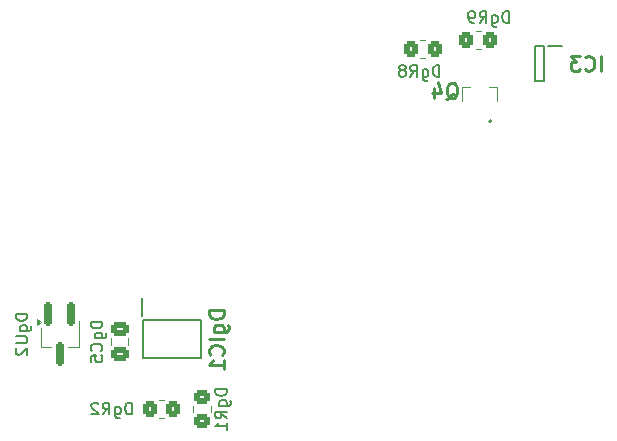
<source format=gbo>
%TF.GenerationSoftware,KiCad,Pcbnew,8.0.8*%
%TF.CreationDate,2025-03-25T20:46:00+09:00*%
%TF.ProjectId,mainBorad,6d61696e-426f-4726-9164-2e6b69636164,rev?*%
%TF.SameCoordinates,Original*%
%TF.FileFunction,Legend,Bot*%
%TF.FilePolarity,Positive*%
%FSLAX46Y46*%
G04 Gerber Fmt 4.6, Leading zero omitted, Abs format (unit mm)*
G04 Created by KiCad (PCBNEW 8.0.8) date 2025-03-25 20:46:00*
%MOMM*%
%LPD*%
G01*
G04 APERTURE LIST*
G04 Aperture macros list*
%AMRoundRect*
0 Rectangle with rounded corners*
0 $1 Rounding radius*
0 $2 $3 $4 $5 $6 $7 $8 $9 X,Y pos of 4 corners*
0 Add a 4 corners polygon primitive as box body*
4,1,4,$2,$3,$4,$5,$6,$7,$8,$9,$2,$3,0*
0 Add four circle primitives for the rounded corners*
1,1,$1+$1,$2,$3*
1,1,$1+$1,$4,$5*
1,1,$1+$1,$6,$7*
1,1,$1+$1,$8,$9*
0 Add four rect primitives between the rounded corners*
20,1,$1+$1,$2,$3,$4,$5,0*
20,1,$1+$1,$4,$5,$6,$7,0*
20,1,$1+$1,$6,$7,$8,$9,0*
20,1,$1+$1,$8,$9,$2,$3,0*%
G04 Aperture macros list end*
%ADD10C,0.150000*%
%ADD11C,0.254000*%
%ADD12C,0.120000*%
%ADD13C,0.200000*%
%ADD14C,0.100000*%
%ADD15C,1.600000*%
%ADD16O,1.600000X1.600000*%
%ADD17C,2.450000*%
%ADD18C,2.300000*%
%ADD19R,1.600000X2.400000*%
%ADD20O,1.600000X2.400000*%
%ADD21R,1.217000X1.217000*%
%ADD22C,1.217000*%
%ADD23R,1.800000X1.800000*%
%ADD24O,1.800000X1.800000*%
%ADD25C,1.800000*%
%ADD26C,4.455000*%
%ADD27R,1.100000X1.800000*%
%ADD28RoundRect,0.275000X-0.275000X-0.625000X0.275000X-0.625000X0.275000X0.625000X-0.275000X0.625000X0*%
%ADD29R,1.200000X1.200000*%
%ADD30C,1.200000*%
%ADD31R,1.600000X1.600000*%
%ADD32R,2.400000X1.600000*%
%ADD33O,2.400000X1.600000*%
%ADD34R,1.700000X1.700000*%
%ADD35O,1.700000X1.700000*%
%ADD36R,1.800000X1.100000*%
%ADD37RoundRect,0.275000X-0.625000X0.275000X-0.625000X-0.275000X0.625000X-0.275000X0.625000X0.275000X0*%
%ADD38C,1.635000*%
%ADD39R,2.200000X2.200000*%
%ADD40O,2.200000X2.200000*%
%ADD41RoundRect,0.275000X0.625000X-0.275000X0.625000X0.275000X-0.625000X0.275000X-0.625000X-0.275000X0*%
%ADD42RoundRect,0.275000X0.275000X0.625000X-0.275000X0.625000X-0.275000X-0.625000X0.275000X-0.625000X0*%
%ADD43RoundRect,0.250000X-0.600000X-0.725000X0.600000X-0.725000X0.600000X0.725000X-0.600000X0.725000X0*%
%ADD44O,1.700000X1.950000*%
%ADD45R,2.250000X2.250000*%
%ADD46C,2.250000*%
%ADD47R,1.500000X1.500000*%
%ADD48C,1.500000*%
%ADD49C,4.350000*%
%ADD50C,2.400000*%
%ADD51R,1.305000X1.305000*%
%ADD52C,1.305000*%
%ADD53C,1.575000*%
%ADD54C,3.500000*%
%ADD55R,2.000000X1.905000*%
%ADD56O,2.000000X1.905000*%
%ADD57R,3.500000X3.500000*%
%ADD58RoundRect,0.750000X-1.000000X0.750000X-1.000000X-0.750000X1.000000X-0.750000X1.000000X0.750000X0*%
%ADD59RoundRect,0.875000X-0.875000X0.875000X-0.875000X-0.875000X0.875000X-0.875000X0.875000X0.875000X0*%
%ADD60R,2.000000X2.000000*%
%ADD61C,2.000000*%
%ADD62RoundRect,0.250000X0.350000X0.450000X-0.350000X0.450000X-0.350000X-0.450000X0.350000X-0.450000X0*%
%ADD63RoundRect,0.250000X0.450000X-0.350000X0.450000X0.350000X-0.450000X0.350000X-0.450000X-0.350000X0*%
%ADD64R,1.150000X0.600000*%
%ADD65RoundRect,0.250000X0.475000X-0.337500X0.475000X0.337500X-0.475000X0.337500X-0.475000X-0.337500X0*%
%ADD66RoundRect,0.250000X-0.350000X-0.450000X0.350000X-0.450000X0.350000X0.450000X-0.350000X0.450000X0*%
%ADD67R,0.950000X1.000000*%
%ADD68RoundRect,0.175000X-0.175000X0.825000X-0.175000X-0.825000X0.175000X-0.825000X0.175000X0.825000X0*%
%ADD69R,0.650000X1.551000*%
G04 APERTURE END LIST*
D10*
X109005475Y-42364819D02*
X109005475Y-41364819D01*
X109005475Y-41364819D02*
X108767380Y-41364819D01*
X108767380Y-41364819D02*
X108624523Y-41412438D01*
X108624523Y-41412438D02*
X108529285Y-41507676D01*
X108529285Y-41507676D02*
X108481666Y-41602914D01*
X108481666Y-41602914D02*
X108434047Y-41793390D01*
X108434047Y-41793390D02*
X108434047Y-41936247D01*
X108434047Y-41936247D02*
X108481666Y-42126723D01*
X108481666Y-42126723D02*
X108529285Y-42221961D01*
X108529285Y-42221961D02*
X108624523Y-42317200D01*
X108624523Y-42317200D02*
X108767380Y-42364819D01*
X108767380Y-42364819D02*
X109005475Y-42364819D01*
X107576904Y-41698152D02*
X107576904Y-42507676D01*
X107576904Y-42507676D02*
X107624523Y-42602914D01*
X107624523Y-42602914D02*
X107672142Y-42650533D01*
X107672142Y-42650533D02*
X107767380Y-42698152D01*
X107767380Y-42698152D02*
X107910237Y-42698152D01*
X107910237Y-42698152D02*
X108005475Y-42650533D01*
X107576904Y-42317200D02*
X107672142Y-42364819D01*
X107672142Y-42364819D02*
X107862618Y-42364819D01*
X107862618Y-42364819D02*
X107957856Y-42317200D01*
X107957856Y-42317200D02*
X108005475Y-42269580D01*
X108005475Y-42269580D02*
X108053094Y-42174342D01*
X108053094Y-42174342D02*
X108053094Y-41888628D01*
X108053094Y-41888628D02*
X108005475Y-41793390D01*
X108005475Y-41793390D02*
X107957856Y-41745771D01*
X107957856Y-41745771D02*
X107862618Y-41698152D01*
X107862618Y-41698152D02*
X107672142Y-41698152D01*
X107672142Y-41698152D02*
X107576904Y-41745771D01*
X106529285Y-42364819D02*
X106862618Y-41888628D01*
X107100713Y-42364819D02*
X107100713Y-41364819D01*
X107100713Y-41364819D02*
X106719761Y-41364819D01*
X106719761Y-41364819D02*
X106624523Y-41412438D01*
X106624523Y-41412438D02*
X106576904Y-41460057D01*
X106576904Y-41460057D02*
X106529285Y-41555295D01*
X106529285Y-41555295D02*
X106529285Y-41698152D01*
X106529285Y-41698152D02*
X106576904Y-41793390D01*
X106576904Y-41793390D02*
X106624523Y-41841009D01*
X106624523Y-41841009D02*
X106719761Y-41888628D01*
X106719761Y-41888628D02*
X107100713Y-41888628D01*
X105957856Y-41793390D02*
X106053094Y-41745771D01*
X106053094Y-41745771D02*
X106100713Y-41698152D01*
X106100713Y-41698152D02*
X106148332Y-41602914D01*
X106148332Y-41602914D02*
X106148332Y-41555295D01*
X106148332Y-41555295D02*
X106100713Y-41460057D01*
X106100713Y-41460057D02*
X106053094Y-41412438D01*
X106053094Y-41412438D02*
X105957856Y-41364819D01*
X105957856Y-41364819D02*
X105767380Y-41364819D01*
X105767380Y-41364819D02*
X105672142Y-41412438D01*
X105672142Y-41412438D02*
X105624523Y-41460057D01*
X105624523Y-41460057D02*
X105576904Y-41555295D01*
X105576904Y-41555295D02*
X105576904Y-41602914D01*
X105576904Y-41602914D02*
X105624523Y-41698152D01*
X105624523Y-41698152D02*
X105672142Y-41745771D01*
X105672142Y-41745771D02*
X105767380Y-41793390D01*
X105767380Y-41793390D02*
X105957856Y-41793390D01*
X105957856Y-41793390D02*
X106053094Y-41841009D01*
X106053094Y-41841009D02*
X106100713Y-41888628D01*
X106100713Y-41888628D02*
X106148332Y-41983866D01*
X106148332Y-41983866D02*
X106148332Y-42174342D01*
X106148332Y-42174342D02*
X106100713Y-42269580D01*
X106100713Y-42269580D02*
X106053094Y-42317200D01*
X106053094Y-42317200D02*
X105957856Y-42364819D01*
X105957856Y-42364819D02*
X105767380Y-42364819D01*
X105767380Y-42364819D02*
X105672142Y-42317200D01*
X105672142Y-42317200D02*
X105624523Y-42269580D01*
X105624523Y-42269580D02*
X105576904Y-42174342D01*
X105576904Y-42174342D02*
X105576904Y-41983866D01*
X105576904Y-41983866D02*
X105624523Y-41888628D01*
X105624523Y-41888628D02*
X105672142Y-41841009D01*
X105672142Y-41841009D02*
X105767380Y-41793390D01*
X91004819Y-68794524D02*
X90004819Y-68794524D01*
X90004819Y-68794524D02*
X90004819Y-69032619D01*
X90004819Y-69032619D02*
X90052438Y-69175476D01*
X90052438Y-69175476D02*
X90147676Y-69270714D01*
X90147676Y-69270714D02*
X90242914Y-69318333D01*
X90242914Y-69318333D02*
X90433390Y-69365952D01*
X90433390Y-69365952D02*
X90576247Y-69365952D01*
X90576247Y-69365952D02*
X90766723Y-69318333D01*
X90766723Y-69318333D02*
X90861961Y-69270714D01*
X90861961Y-69270714D02*
X90957200Y-69175476D01*
X90957200Y-69175476D02*
X91004819Y-69032619D01*
X91004819Y-69032619D02*
X91004819Y-68794524D01*
X90338152Y-70223095D02*
X91147676Y-70223095D01*
X91147676Y-70223095D02*
X91242914Y-70175476D01*
X91242914Y-70175476D02*
X91290533Y-70127857D01*
X91290533Y-70127857D02*
X91338152Y-70032619D01*
X91338152Y-70032619D02*
X91338152Y-69889762D01*
X91338152Y-69889762D02*
X91290533Y-69794524D01*
X90957200Y-70223095D02*
X91004819Y-70127857D01*
X91004819Y-70127857D02*
X91004819Y-69937381D01*
X91004819Y-69937381D02*
X90957200Y-69842143D01*
X90957200Y-69842143D02*
X90909580Y-69794524D01*
X90909580Y-69794524D02*
X90814342Y-69746905D01*
X90814342Y-69746905D02*
X90528628Y-69746905D01*
X90528628Y-69746905D02*
X90433390Y-69794524D01*
X90433390Y-69794524D02*
X90385771Y-69842143D01*
X90385771Y-69842143D02*
X90338152Y-69937381D01*
X90338152Y-69937381D02*
X90338152Y-70127857D01*
X90338152Y-70127857D02*
X90385771Y-70223095D01*
X91004819Y-71270714D02*
X90528628Y-70937381D01*
X91004819Y-70699286D02*
X90004819Y-70699286D01*
X90004819Y-70699286D02*
X90004819Y-71080238D01*
X90004819Y-71080238D02*
X90052438Y-71175476D01*
X90052438Y-71175476D02*
X90100057Y-71223095D01*
X90100057Y-71223095D02*
X90195295Y-71270714D01*
X90195295Y-71270714D02*
X90338152Y-71270714D01*
X90338152Y-71270714D02*
X90433390Y-71223095D01*
X90433390Y-71223095D02*
X90481009Y-71175476D01*
X90481009Y-71175476D02*
X90528628Y-71080238D01*
X90528628Y-71080238D02*
X90528628Y-70699286D01*
X91004819Y-72223095D02*
X91004819Y-71651667D01*
X91004819Y-71937381D02*
X90004819Y-71937381D01*
X90004819Y-71937381D02*
X90147676Y-71842143D01*
X90147676Y-71842143D02*
X90242914Y-71746905D01*
X90242914Y-71746905D02*
X90290533Y-71651667D01*
D11*
X122651762Y-41849318D02*
X122651762Y-40579318D01*
X121321285Y-41728365D02*
X121381761Y-41788842D01*
X121381761Y-41788842D02*
X121563190Y-41849318D01*
X121563190Y-41849318D02*
X121684142Y-41849318D01*
X121684142Y-41849318D02*
X121865571Y-41788842D01*
X121865571Y-41788842D02*
X121986523Y-41667889D01*
X121986523Y-41667889D02*
X122047000Y-41546937D01*
X122047000Y-41546937D02*
X122107476Y-41305032D01*
X122107476Y-41305032D02*
X122107476Y-41123603D01*
X122107476Y-41123603D02*
X122047000Y-40881699D01*
X122047000Y-40881699D02*
X121986523Y-40760746D01*
X121986523Y-40760746D02*
X121865571Y-40639794D01*
X121865571Y-40639794D02*
X121684142Y-40579318D01*
X121684142Y-40579318D02*
X121563190Y-40579318D01*
X121563190Y-40579318D02*
X121381761Y-40639794D01*
X121381761Y-40639794D02*
X121321285Y-40700270D01*
X120897952Y-40579318D02*
X120111761Y-40579318D01*
X120111761Y-40579318D02*
X120535095Y-41063127D01*
X120535095Y-41063127D02*
X120353666Y-41063127D01*
X120353666Y-41063127D02*
X120232714Y-41123603D01*
X120232714Y-41123603D02*
X120172238Y-41184080D01*
X120172238Y-41184080D02*
X120111761Y-41305032D01*
X120111761Y-41305032D02*
X120111761Y-41607413D01*
X120111761Y-41607413D02*
X120172238Y-41728365D01*
X120172238Y-41728365D02*
X120232714Y-41788842D01*
X120232714Y-41788842D02*
X120353666Y-41849318D01*
X120353666Y-41849318D02*
X120716523Y-41849318D01*
X120716523Y-41849318D02*
X120837476Y-41788842D01*
X120837476Y-41788842D02*
X120897952Y-41728365D01*
D10*
X80464819Y-63079524D02*
X79464819Y-63079524D01*
X79464819Y-63079524D02*
X79464819Y-63317619D01*
X79464819Y-63317619D02*
X79512438Y-63460476D01*
X79512438Y-63460476D02*
X79607676Y-63555714D01*
X79607676Y-63555714D02*
X79702914Y-63603333D01*
X79702914Y-63603333D02*
X79893390Y-63650952D01*
X79893390Y-63650952D02*
X80036247Y-63650952D01*
X80036247Y-63650952D02*
X80226723Y-63603333D01*
X80226723Y-63603333D02*
X80321961Y-63555714D01*
X80321961Y-63555714D02*
X80417200Y-63460476D01*
X80417200Y-63460476D02*
X80464819Y-63317619D01*
X80464819Y-63317619D02*
X80464819Y-63079524D01*
X79798152Y-64508095D02*
X80607676Y-64508095D01*
X80607676Y-64508095D02*
X80702914Y-64460476D01*
X80702914Y-64460476D02*
X80750533Y-64412857D01*
X80750533Y-64412857D02*
X80798152Y-64317619D01*
X80798152Y-64317619D02*
X80798152Y-64174762D01*
X80798152Y-64174762D02*
X80750533Y-64079524D01*
X80417200Y-64508095D02*
X80464819Y-64412857D01*
X80464819Y-64412857D02*
X80464819Y-64222381D01*
X80464819Y-64222381D02*
X80417200Y-64127143D01*
X80417200Y-64127143D02*
X80369580Y-64079524D01*
X80369580Y-64079524D02*
X80274342Y-64031905D01*
X80274342Y-64031905D02*
X79988628Y-64031905D01*
X79988628Y-64031905D02*
X79893390Y-64079524D01*
X79893390Y-64079524D02*
X79845771Y-64127143D01*
X79845771Y-64127143D02*
X79798152Y-64222381D01*
X79798152Y-64222381D02*
X79798152Y-64412857D01*
X79798152Y-64412857D02*
X79845771Y-64508095D01*
X80369580Y-65555714D02*
X80417200Y-65508095D01*
X80417200Y-65508095D02*
X80464819Y-65365238D01*
X80464819Y-65365238D02*
X80464819Y-65270000D01*
X80464819Y-65270000D02*
X80417200Y-65127143D01*
X80417200Y-65127143D02*
X80321961Y-65031905D01*
X80321961Y-65031905D02*
X80226723Y-64984286D01*
X80226723Y-64984286D02*
X80036247Y-64936667D01*
X80036247Y-64936667D02*
X79893390Y-64936667D01*
X79893390Y-64936667D02*
X79702914Y-64984286D01*
X79702914Y-64984286D02*
X79607676Y-65031905D01*
X79607676Y-65031905D02*
X79512438Y-65127143D01*
X79512438Y-65127143D02*
X79464819Y-65270000D01*
X79464819Y-65270000D02*
X79464819Y-65365238D01*
X79464819Y-65365238D02*
X79512438Y-65508095D01*
X79512438Y-65508095D02*
X79560057Y-65555714D01*
X79464819Y-66460476D02*
X79464819Y-65984286D01*
X79464819Y-65984286D02*
X79941009Y-65936667D01*
X79941009Y-65936667D02*
X79893390Y-65984286D01*
X79893390Y-65984286D02*
X79845771Y-66079524D01*
X79845771Y-66079524D02*
X79845771Y-66317619D01*
X79845771Y-66317619D02*
X79893390Y-66412857D01*
X79893390Y-66412857D02*
X79941009Y-66460476D01*
X79941009Y-66460476D02*
X80036247Y-66508095D01*
X80036247Y-66508095D02*
X80274342Y-66508095D01*
X80274342Y-66508095D02*
X80369580Y-66460476D01*
X80369580Y-66460476D02*
X80417200Y-66412857D01*
X80417200Y-66412857D02*
X80464819Y-66317619D01*
X80464819Y-66317619D02*
X80464819Y-66079524D01*
X80464819Y-66079524D02*
X80417200Y-65984286D01*
X80417200Y-65984286D02*
X80369580Y-65936667D01*
X82970475Y-70939819D02*
X82970475Y-69939819D01*
X82970475Y-69939819D02*
X82732380Y-69939819D01*
X82732380Y-69939819D02*
X82589523Y-69987438D01*
X82589523Y-69987438D02*
X82494285Y-70082676D01*
X82494285Y-70082676D02*
X82446666Y-70177914D01*
X82446666Y-70177914D02*
X82399047Y-70368390D01*
X82399047Y-70368390D02*
X82399047Y-70511247D01*
X82399047Y-70511247D02*
X82446666Y-70701723D01*
X82446666Y-70701723D02*
X82494285Y-70796961D01*
X82494285Y-70796961D02*
X82589523Y-70892200D01*
X82589523Y-70892200D02*
X82732380Y-70939819D01*
X82732380Y-70939819D02*
X82970475Y-70939819D01*
X81541904Y-70273152D02*
X81541904Y-71082676D01*
X81541904Y-71082676D02*
X81589523Y-71177914D01*
X81589523Y-71177914D02*
X81637142Y-71225533D01*
X81637142Y-71225533D02*
X81732380Y-71273152D01*
X81732380Y-71273152D02*
X81875237Y-71273152D01*
X81875237Y-71273152D02*
X81970475Y-71225533D01*
X81541904Y-70892200D02*
X81637142Y-70939819D01*
X81637142Y-70939819D02*
X81827618Y-70939819D01*
X81827618Y-70939819D02*
X81922856Y-70892200D01*
X81922856Y-70892200D02*
X81970475Y-70844580D01*
X81970475Y-70844580D02*
X82018094Y-70749342D01*
X82018094Y-70749342D02*
X82018094Y-70463628D01*
X82018094Y-70463628D02*
X81970475Y-70368390D01*
X81970475Y-70368390D02*
X81922856Y-70320771D01*
X81922856Y-70320771D02*
X81827618Y-70273152D01*
X81827618Y-70273152D02*
X81637142Y-70273152D01*
X81637142Y-70273152D02*
X81541904Y-70320771D01*
X80494285Y-70939819D02*
X80827618Y-70463628D01*
X81065713Y-70939819D02*
X81065713Y-69939819D01*
X81065713Y-69939819D02*
X80684761Y-69939819D01*
X80684761Y-69939819D02*
X80589523Y-69987438D01*
X80589523Y-69987438D02*
X80541904Y-70035057D01*
X80541904Y-70035057D02*
X80494285Y-70130295D01*
X80494285Y-70130295D02*
X80494285Y-70273152D01*
X80494285Y-70273152D02*
X80541904Y-70368390D01*
X80541904Y-70368390D02*
X80589523Y-70416009D01*
X80589523Y-70416009D02*
X80684761Y-70463628D01*
X80684761Y-70463628D02*
X81065713Y-70463628D01*
X80113332Y-70035057D02*
X80065713Y-69987438D01*
X80065713Y-69987438D02*
X79970475Y-69939819D01*
X79970475Y-69939819D02*
X79732380Y-69939819D01*
X79732380Y-69939819D02*
X79637142Y-69987438D01*
X79637142Y-69987438D02*
X79589523Y-70035057D01*
X79589523Y-70035057D02*
X79541904Y-70130295D01*
X79541904Y-70130295D02*
X79541904Y-70225533D01*
X79541904Y-70225533D02*
X79589523Y-70368390D01*
X79589523Y-70368390D02*
X80160951Y-70939819D01*
X80160951Y-70939819D02*
X79541904Y-70939819D01*
D11*
X109594952Y-44256270D02*
X109715904Y-44195794D01*
X109715904Y-44195794D02*
X109836857Y-44074842D01*
X109836857Y-44074842D02*
X110018285Y-43893413D01*
X110018285Y-43893413D02*
X110139238Y-43832937D01*
X110139238Y-43832937D02*
X110260190Y-43832937D01*
X110199714Y-44135318D02*
X110320666Y-44074842D01*
X110320666Y-44074842D02*
X110441619Y-43953889D01*
X110441619Y-43953889D02*
X110502095Y-43711984D01*
X110502095Y-43711984D02*
X110502095Y-43288651D01*
X110502095Y-43288651D02*
X110441619Y-43046746D01*
X110441619Y-43046746D02*
X110320666Y-42925794D01*
X110320666Y-42925794D02*
X110199714Y-42865318D01*
X110199714Y-42865318D02*
X109957809Y-42865318D01*
X109957809Y-42865318D02*
X109836857Y-42925794D01*
X109836857Y-42925794D02*
X109715904Y-43046746D01*
X109715904Y-43046746D02*
X109655428Y-43288651D01*
X109655428Y-43288651D02*
X109655428Y-43711984D01*
X109655428Y-43711984D02*
X109715904Y-43953889D01*
X109715904Y-43953889D02*
X109836857Y-44074842D01*
X109836857Y-44074842D02*
X109957809Y-44135318D01*
X109957809Y-44135318D02*
X110199714Y-44135318D01*
X108566857Y-43288651D02*
X108566857Y-44135318D01*
X108869238Y-42804842D02*
X109171619Y-43711984D01*
X109171619Y-43711984D02*
X108385428Y-43711984D01*
D10*
X74114819Y-62420714D02*
X73114819Y-62420714D01*
X73114819Y-62420714D02*
X73114819Y-62658809D01*
X73114819Y-62658809D02*
X73162438Y-62801666D01*
X73162438Y-62801666D02*
X73257676Y-62896904D01*
X73257676Y-62896904D02*
X73352914Y-62944523D01*
X73352914Y-62944523D02*
X73543390Y-62992142D01*
X73543390Y-62992142D02*
X73686247Y-62992142D01*
X73686247Y-62992142D02*
X73876723Y-62944523D01*
X73876723Y-62944523D02*
X73971961Y-62896904D01*
X73971961Y-62896904D02*
X74067200Y-62801666D01*
X74067200Y-62801666D02*
X74114819Y-62658809D01*
X74114819Y-62658809D02*
X74114819Y-62420714D01*
X73448152Y-63849285D02*
X74257676Y-63849285D01*
X74257676Y-63849285D02*
X74352914Y-63801666D01*
X74352914Y-63801666D02*
X74400533Y-63754047D01*
X74400533Y-63754047D02*
X74448152Y-63658809D01*
X74448152Y-63658809D02*
X74448152Y-63515952D01*
X74448152Y-63515952D02*
X74400533Y-63420714D01*
X74067200Y-63849285D02*
X74114819Y-63754047D01*
X74114819Y-63754047D02*
X74114819Y-63563571D01*
X74114819Y-63563571D02*
X74067200Y-63468333D01*
X74067200Y-63468333D02*
X74019580Y-63420714D01*
X74019580Y-63420714D02*
X73924342Y-63373095D01*
X73924342Y-63373095D02*
X73638628Y-63373095D01*
X73638628Y-63373095D02*
X73543390Y-63420714D01*
X73543390Y-63420714D02*
X73495771Y-63468333D01*
X73495771Y-63468333D02*
X73448152Y-63563571D01*
X73448152Y-63563571D02*
X73448152Y-63754047D01*
X73448152Y-63754047D02*
X73495771Y-63849285D01*
X73114819Y-64325476D02*
X73924342Y-64325476D01*
X73924342Y-64325476D02*
X74019580Y-64373095D01*
X74019580Y-64373095D02*
X74067200Y-64420714D01*
X74067200Y-64420714D02*
X74114819Y-64515952D01*
X74114819Y-64515952D02*
X74114819Y-64706428D01*
X74114819Y-64706428D02*
X74067200Y-64801666D01*
X74067200Y-64801666D02*
X74019580Y-64849285D01*
X74019580Y-64849285D02*
X73924342Y-64896904D01*
X73924342Y-64896904D02*
X73114819Y-64896904D01*
X73210057Y-65325476D02*
X73162438Y-65373095D01*
X73162438Y-65373095D02*
X73114819Y-65468333D01*
X73114819Y-65468333D02*
X73114819Y-65706428D01*
X73114819Y-65706428D02*
X73162438Y-65801666D01*
X73162438Y-65801666D02*
X73210057Y-65849285D01*
X73210057Y-65849285D02*
X73305295Y-65896904D01*
X73305295Y-65896904D02*
X73400533Y-65896904D01*
X73400533Y-65896904D02*
X73543390Y-65849285D01*
X73543390Y-65849285D02*
X74114819Y-65277857D01*
X74114819Y-65277857D02*
X74114819Y-65896904D01*
D11*
X90744318Y-62128213D02*
X89474318Y-62128213D01*
X89474318Y-62128213D02*
X89474318Y-62430594D01*
X89474318Y-62430594D02*
X89534794Y-62612023D01*
X89534794Y-62612023D02*
X89655746Y-62732975D01*
X89655746Y-62732975D02*
X89776699Y-62793452D01*
X89776699Y-62793452D02*
X90018603Y-62853928D01*
X90018603Y-62853928D02*
X90200032Y-62853928D01*
X90200032Y-62853928D02*
X90441937Y-62793452D01*
X90441937Y-62793452D02*
X90562889Y-62732975D01*
X90562889Y-62732975D02*
X90683842Y-62612023D01*
X90683842Y-62612023D02*
X90744318Y-62430594D01*
X90744318Y-62430594D02*
X90744318Y-62128213D01*
X89897651Y-63942499D02*
X90925746Y-63942499D01*
X90925746Y-63942499D02*
X91046699Y-63882023D01*
X91046699Y-63882023D02*
X91107175Y-63821547D01*
X91107175Y-63821547D02*
X91167651Y-63700594D01*
X91167651Y-63700594D02*
X91167651Y-63519166D01*
X91167651Y-63519166D02*
X91107175Y-63398213D01*
X90683842Y-63942499D02*
X90744318Y-63821547D01*
X90744318Y-63821547D02*
X90744318Y-63579642D01*
X90744318Y-63579642D02*
X90683842Y-63458690D01*
X90683842Y-63458690D02*
X90623365Y-63398213D01*
X90623365Y-63398213D02*
X90502413Y-63337737D01*
X90502413Y-63337737D02*
X90139556Y-63337737D01*
X90139556Y-63337737D02*
X90018603Y-63398213D01*
X90018603Y-63398213D02*
X89958127Y-63458690D01*
X89958127Y-63458690D02*
X89897651Y-63579642D01*
X89897651Y-63579642D02*
X89897651Y-63821547D01*
X89897651Y-63821547D02*
X89958127Y-63942499D01*
X90744318Y-64547261D02*
X89474318Y-64547261D01*
X90623365Y-65877738D02*
X90683842Y-65817262D01*
X90683842Y-65817262D02*
X90744318Y-65635833D01*
X90744318Y-65635833D02*
X90744318Y-65514881D01*
X90744318Y-65514881D02*
X90683842Y-65333452D01*
X90683842Y-65333452D02*
X90562889Y-65212500D01*
X90562889Y-65212500D02*
X90441937Y-65152023D01*
X90441937Y-65152023D02*
X90200032Y-65091547D01*
X90200032Y-65091547D02*
X90018603Y-65091547D01*
X90018603Y-65091547D02*
X89776699Y-65152023D01*
X89776699Y-65152023D02*
X89655746Y-65212500D01*
X89655746Y-65212500D02*
X89534794Y-65333452D01*
X89534794Y-65333452D02*
X89474318Y-65514881D01*
X89474318Y-65514881D02*
X89474318Y-65635833D01*
X89474318Y-65635833D02*
X89534794Y-65817262D01*
X89534794Y-65817262D02*
X89595270Y-65877738D01*
X90744318Y-67087262D02*
X90744318Y-66361547D01*
X90744318Y-66724404D02*
X89474318Y-66724404D01*
X89474318Y-66724404D02*
X89655746Y-66603452D01*
X89655746Y-66603452D02*
X89776699Y-66482500D01*
X89776699Y-66482500D02*
X89837175Y-66361547D01*
D10*
X114879475Y-37792819D02*
X114879475Y-36792819D01*
X114879475Y-36792819D02*
X114641380Y-36792819D01*
X114641380Y-36792819D02*
X114498523Y-36840438D01*
X114498523Y-36840438D02*
X114403285Y-36935676D01*
X114403285Y-36935676D02*
X114355666Y-37030914D01*
X114355666Y-37030914D02*
X114308047Y-37221390D01*
X114308047Y-37221390D02*
X114308047Y-37364247D01*
X114308047Y-37364247D02*
X114355666Y-37554723D01*
X114355666Y-37554723D02*
X114403285Y-37649961D01*
X114403285Y-37649961D02*
X114498523Y-37745200D01*
X114498523Y-37745200D02*
X114641380Y-37792819D01*
X114641380Y-37792819D02*
X114879475Y-37792819D01*
X113450904Y-37126152D02*
X113450904Y-37935676D01*
X113450904Y-37935676D02*
X113498523Y-38030914D01*
X113498523Y-38030914D02*
X113546142Y-38078533D01*
X113546142Y-38078533D02*
X113641380Y-38126152D01*
X113641380Y-38126152D02*
X113784237Y-38126152D01*
X113784237Y-38126152D02*
X113879475Y-38078533D01*
X113450904Y-37745200D02*
X113546142Y-37792819D01*
X113546142Y-37792819D02*
X113736618Y-37792819D01*
X113736618Y-37792819D02*
X113831856Y-37745200D01*
X113831856Y-37745200D02*
X113879475Y-37697580D01*
X113879475Y-37697580D02*
X113927094Y-37602342D01*
X113927094Y-37602342D02*
X113927094Y-37316628D01*
X113927094Y-37316628D02*
X113879475Y-37221390D01*
X113879475Y-37221390D02*
X113831856Y-37173771D01*
X113831856Y-37173771D02*
X113736618Y-37126152D01*
X113736618Y-37126152D02*
X113546142Y-37126152D01*
X113546142Y-37126152D02*
X113450904Y-37173771D01*
X112403285Y-37792819D02*
X112736618Y-37316628D01*
X112974713Y-37792819D02*
X112974713Y-36792819D01*
X112974713Y-36792819D02*
X112593761Y-36792819D01*
X112593761Y-36792819D02*
X112498523Y-36840438D01*
X112498523Y-36840438D02*
X112450904Y-36888057D01*
X112450904Y-36888057D02*
X112403285Y-36983295D01*
X112403285Y-36983295D02*
X112403285Y-37126152D01*
X112403285Y-37126152D02*
X112450904Y-37221390D01*
X112450904Y-37221390D02*
X112498523Y-37269009D01*
X112498523Y-37269009D02*
X112593761Y-37316628D01*
X112593761Y-37316628D02*
X112974713Y-37316628D01*
X111927094Y-37792819D02*
X111736618Y-37792819D01*
X111736618Y-37792819D02*
X111641380Y-37745200D01*
X111641380Y-37745200D02*
X111593761Y-37697580D01*
X111593761Y-37697580D02*
X111498523Y-37554723D01*
X111498523Y-37554723D02*
X111450904Y-37364247D01*
X111450904Y-37364247D02*
X111450904Y-36983295D01*
X111450904Y-36983295D02*
X111498523Y-36888057D01*
X111498523Y-36888057D02*
X111546142Y-36840438D01*
X111546142Y-36840438D02*
X111641380Y-36792819D01*
X111641380Y-36792819D02*
X111831856Y-36792819D01*
X111831856Y-36792819D02*
X111927094Y-36840438D01*
X111927094Y-36840438D02*
X111974713Y-36888057D01*
X111974713Y-36888057D02*
X112022332Y-36983295D01*
X112022332Y-36983295D02*
X112022332Y-37221390D01*
X112022332Y-37221390D02*
X111974713Y-37316628D01*
X111974713Y-37316628D02*
X111927094Y-37364247D01*
X111927094Y-37364247D02*
X111831856Y-37411866D01*
X111831856Y-37411866D02*
X111641380Y-37411866D01*
X111641380Y-37411866D02*
X111546142Y-37364247D01*
X111546142Y-37364247D02*
X111498523Y-37316628D01*
X111498523Y-37316628D02*
X111450904Y-37221390D01*
D12*
%TO.C,DgR8*%
X107357936Y-39270000D02*
X107812064Y-39270000D01*
X107357936Y-40740000D02*
X107812064Y-40740000D01*
%TO.C,DgR1*%
X88165000Y-70257936D02*
X88165000Y-70712064D01*
X89635000Y-70257936D02*
X89635000Y-70712064D01*
D13*
%TO.C,IC3*%
X117130000Y-39715000D02*
X117880000Y-39715000D01*
X117130000Y-42715000D02*
X117130000Y-39715000D01*
X117880000Y-39715000D02*
X117880000Y-42715000D01*
X117880000Y-42715000D02*
X117130000Y-42715000D01*
X118230000Y-39715000D02*
X119380000Y-39715000D01*
D12*
%TO.C,DgC5*%
X81180000Y-64508748D02*
X81180000Y-65031252D01*
X82650000Y-64508748D02*
X82650000Y-65031252D01*
%TO.C,DgR2*%
X85682064Y-69750000D02*
X85227936Y-69750000D01*
X85682064Y-71220000D02*
X85227936Y-71220000D01*
D14*
%TO.C,Q4*%
X110945000Y-43255000D02*
X111595000Y-43255000D01*
X110945000Y-44405000D02*
X110945000Y-43255000D01*
X113195000Y-43255000D02*
X113845000Y-43255000D01*
D13*
X113195000Y-46105000D02*
X113195000Y-46105000D01*
X113395000Y-46105000D02*
X113395000Y-46105000D01*
D14*
X113845000Y-43255000D02*
X113845000Y-44405000D01*
D13*
X113195000Y-46105000D02*
G75*
G02*
X113395000Y-46105000I100000J0D01*
G01*
X113395000Y-46105000D02*
G75*
G02*
X113195000Y-46105000I-100000J0D01*
G01*
D12*
%TO.C,DgU2*%
X75225000Y-65210000D02*
X75225000Y-63610000D01*
X76135000Y-65210000D02*
X75235000Y-65210000D01*
X78445000Y-65210000D02*
X77535000Y-65210000D01*
X78445000Y-65210000D02*
X78445000Y-63060000D01*
X75275000Y-63110000D02*
X74945000Y-63350000D01*
X74945000Y-62870000D01*
X75275000Y-63110000D01*
G36*
X75275000Y-63110000D02*
G01*
X74945000Y-63350000D01*
X74945000Y-62870000D01*
X75275000Y-63110000D01*
G37*
D13*
%TO.C,DgIC1*%
X83780000Y-62628500D02*
X83780000Y-61077500D01*
X83916000Y-62978500D02*
X88804000Y-62978500D01*
X83916000Y-66176500D02*
X83916000Y-62978500D01*
X88804000Y-62978500D02*
X88804000Y-66176500D01*
X88804000Y-66176500D02*
X83916000Y-66176500D01*
D12*
%TO.C,DgR9*%
X112511064Y-38508000D02*
X112056936Y-38508000D01*
X112511064Y-39978000D02*
X112056936Y-39978000D01*
%TD*%
%LPC*%
D15*
%TO.C,R105*%
X69330000Y-116165000D03*
D16*
X69330000Y-118705000D03*
%TD*%
D17*
%TO.C,DgJ13*%
X152770000Y-32805000D03*
X152220000Y-27305000D03*
X157720000Y-27305000D03*
D18*
X157170000Y-32805000D03*
%TD*%
D15*
%TO.C,R26*%
X168275000Y-120650000D03*
D16*
X165735000Y-120650000D03*
%TD*%
D15*
%TO.C,R70*%
X77470000Y-123375000D03*
D16*
X77470000Y-125915000D03*
%TD*%
D15*
%TO.C,R45*%
X53340000Y-138430000D03*
D16*
X55880000Y-138430000D03*
%TD*%
D19*
%TO.C,U1*%
X217790000Y-122555000D03*
D20*
X215250000Y-122555000D03*
X212710000Y-122555000D03*
X210170000Y-122555000D03*
X207630000Y-122555000D03*
X205090000Y-122555000D03*
X202550000Y-122555000D03*
X200010000Y-122555000D03*
X200010000Y-130175000D03*
X202550000Y-130175000D03*
X205090000Y-130175000D03*
X207630000Y-130175000D03*
X210170000Y-130175000D03*
X212710000Y-130175000D03*
X215250000Y-130175000D03*
X217790000Y-130175000D03*
%TD*%
D21*
%TO.C,TM4*%
X34925000Y-139065000D03*
D22*
X34925000Y-136525000D03*
X34925000Y-133985000D03*
%TD*%
D17*
%TO.C,DgJ11*%
X165650000Y-32805000D03*
X165100000Y-27305000D03*
X170600000Y-27305000D03*
D18*
X170050000Y-32805000D03*
%TD*%
D23*
%TO.C,D37*%
X176530000Y-82550000D03*
D24*
X173990000Y-82550000D03*
%TD*%
D21*
%TO.C,TM5*%
X34145000Y-116205000D03*
D22*
X34145000Y-113665000D03*
X34145000Y-111125000D03*
%TD*%
D15*
%TO.C,R22*%
X165960000Y-123825000D03*
D16*
X168500000Y-123825000D03*
%TD*%
D15*
%TO.C,R140*%
X167230000Y-59055000D03*
D16*
X169770000Y-59055000D03*
%TD*%
D15*
%TO.C,R73*%
X92075000Y-116840000D03*
D16*
X92075000Y-119380000D03*
%TD*%
D25*
%TO.C,VR1*%
X153685000Y-67865000D03*
X153685000Y-65365000D03*
X153685000Y-62865000D03*
D26*
X146685000Y-69765000D03*
X146685000Y-60965000D03*
%TD*%
D15*
%TO.C,R93*%
X162560000Y-46130000D03*
D16*
X162560000Y-43590000D03*
%TD*%
D15*
%TO.C,R109*%
X106680000Y-133985000D03*
D16*
X109220000Y-133985000D03*
%TD*%
D27*
%TO.C,Q38*%
X165735000Y-83585000D03*
D28*
X167005000Y-81515000D03*
X168275000Y-83585000D03*
%TD*%
D15*
%TO.C,R152*%
X182245000Y-82550000D03*
D16*
X179705000Y-82550000D03*
%TD*%
D29*
%TO.C,C23*%
X112935000Y-138430000D03*
D30*
X114935000Y-138430000D03*
%TD*%
D15*
%TO.C,C25*%
X139065000Y-116840000D03*
X139065000Y-121840000D03*
%TD*%
%TO.C,R64*%
X85725000Y-128905000D03*
D16*
X83185000Y-128905000D03*
%TD*%
D15*
%TO.C,R35*%
X66900000Y-133350000D03*
D16*
X69440000Y-133350000D03*
%TD*%
D15*
%TO.C,C34*%
X37320000Y-127000000D03*
X32320000Y-127000000D03*
%TD*%
D31*
%TO.C,C20*%
X179295000Y-135160000D03*
D15*
X179295000Y-137160000D03*
%TD*%
%TO.C,R13*%
X198345000Y-118745000D03*
D16*
X198345000Y-116205000D03*
%TD*%
D29*
%TO.C,C72*%
X178975000Y-71120000D03*
D30*
X180975000Y-71120000D03*
%TD*%
D32*
%TO.C,U2*%
X41275000Y-119380000D03*
D33*
X41275000Y-121920000D03*
X41275000Y-124460000D03*
X41275000Y-127000000D03*
X48895000Y-127000000D03*
X48895000Y-124460000D03*
X48895000Y-121920000D03*
X48895000Y-119380000D03*
%TD*%
D15*
%TO.C,R36*%
X53565000Y-133350000D03*
D16*
X56105000Y-133350000D03*
%TD*%
D15*
%TO.C,R14*%
X217790000Y-118745000D03*
D16*
X217790000Y-116205000D03*
%TD*%
D15*
%TO.C,R91*%
X160245000Y-55880000D03*
D16*
X162785000Y-55880000D03*
%TD*%
D15*
%TO.C,R10*%
X214615000Y-118745000D03*
D16*
X214615000Y-116205000D03*
%TD*%
D15*
%TO.C,DgC2*%
X135255000Y-76530000D03*
X135255000Y-71530000D03*
%TD*%
%TO.C,R138*%
X186055000Y-82550000D03*
D16*
X188595000Y-82550000D03*
%TD*%
D34*
%TO.C,J13*%
X68580000Y-109855000D03*
%TD*%
%TO.C,J8*%
X192405000Y-63000000D03*
D35*
X194945000Y-63000000D03*
%TD*%
D36*
%TO.C,Q10*%
X84055000Y-123190000D03*
D37*
X86125000Y-124460000D03*
X84055000Y-125730000D03*
%TD*%
D15*
%TO.C,C19*%
X105410000Y-116205000D03*
X110410000Y-116205000D03*
%TD*%
D21*
%TO.C,TM1*%
X188185000Y-114300000D03*
D22*
X185645000Y-114300000D03*
X183105000Y-114300000D03*
%TD*%
D15*
%TO.C,R103*%
X47625000Y-133350000D03*
D16*
X45085000Y-133350000D03*
%TD*%
D15*
%TO.C,R8*%
X199375000Y-135890000D03*
D16*
X199375000Y-133350000D03*
%TD*%
D36*
%TO.C,Q23*%
X114535000Y-121285000D03*
D37*
X116605000Y-122555000D03*
X114535000Y-123825000D03*
%TD*%
D38*
%TO.C,SW1*%
X34925000Y-96000000D03*
X37465000Y-96000000D03*
X40005000Y-96000000D03*
X32385000Y-96000000D03*
X42545000Y-96000000D03*
%TD*%
D15*
%TO.C,C26*%
X123432600Y-116285000D03*
X123432600Y-121285000D03*
%TD*%
%TO.C,DgR6*%
X135255000Y-60325000D03*
D16*
X135255000Y-57785000D03*
%TD*%
D31*
%TO.C,PwC6*%
X47030000Y-53975000D03*
D15*
X49530000Y-53975000D03*
%TD*%
D39*
%TO.C,PwD1*%
X49312200Y-60325000D03*
D40*
X44232200Y-60325000D03*
%TD*%
D15*
%TO.C,R114*%
X140560000Y-129460000D03*
D16*
X143100000Y-129460000D03*
%TD*%
D15*
%TO.C,PwC3*%
X69810000Y-46990000D03*
X64810000Y-46990000D03*
%TD*%
%TO.C,PwC9*%
X49570000Y-68580000D03*
X54570000Y-68580000D03*
%TD*%
D32*
%TO.C,IC12*%
X176530000Y-38005000D03*
D33*
X176530000Y-40545000D03*
X176530000Y-43085000D03*
X176530000Y-45625000D03*
X176530000Y-48165000D03*
X176530000Y-50705000D03*
X176530000Y-53245000D03*
X184150000Y-53245000D03*
X184150000Y-50705000D03*
X184150000Y-48165000D03*
X184150000Y-45625000D03*
X184150000Y-43085000D03*
X184150000Y-40545000D03*
X184150000Y-38005000D03*
%TD*%
D15*
%TO.C,R63*%
X85725000Y-116840000D03*
D16*
X85725000Y-119380000D03*
%TD*%
D32*
%TO.C,Q21*%
X128157600Y-123190000D03*
D33*
X128157600Y-125730000D03*
X128157600Y-128270000D03*
X135777600Y-128270000D03*
X135777600Y-125730000D03*
X135777600Y-123190000D03*
%TD*%
D15*
%TO.C,R111*%
X142240000Y-125730000D03*
D16*
X139700000Y-125730000D03*
%TD*%
D36*
%TO.C,Q30*%
X169145000Y-50165000D03*
D37*
X171215000Y-51435000D03*
X169145000Y-52705000D03*
%TD*%
D15*
%TO.C,C1*%
X184215000Y-123825000D03*
X189215000Y-123825000D03*
%TD*%
%TO.C,R25*%
X174360000Y-129540000D03*
D16*
X174360000Y-132080000D03*
%TD*%
D23*
%TO.C,D2*%
X162150000Y-123825000D03*
D24*
X159610000Y-123825000D03*
%TD*%
D15*
%TO.C,R16*%
X213545000Y-68580000D03*
D16*
X211005000Y-68580000D03*
%TD*%
D15*
%TO.C,R66*%
X135890000Y-132715000D03*
D16*
X133350000Y-132715000D03*
%TD*%
D15*
%TO.C,R100*%
X46765000Y-106680000D03*
D16*
X44225000Y-106680000D03*
%TD*%
D36*
%TO.C,Q18*%
X122205000Y-139065000D03*
D41*
X120135000Y-137795000D03*
X122205000Y-136525000D03*
%TD*%
D36*
%TO.C,Q8*%
X61995000Y-140335000D03*
D41*
X59925000Y-139065000D03*
X61995000Y-137795000D03*
%TD*%
D29*
%TO.C,C15*%
X120015000Y-144780000D03*
D30*
X122015000Y-144780000D03*
%TD*%
D27*
%TO.C,Q9*%
X91440000Y-129775000D03*
D42*
X90170000Y-131845000D03*
X88900000Y-129775000D03*
%TD*%
D34*
%TO.C,J12*%
X219000000Y-44540000D03*
D35*
X219000000Y-42000000D03*
%TD*%
D29*
%TO.C,C30*%
X141510000Y-110490000D03*
D30*
X143510000Y-110490000D03*
%TD*%
D15*
%TO.C,R150*%
X169545000Y-78105000D03*
D16*
X169545000Y-75565000D03*
%TD*%
D23*
%TO.C,D28*%
X188595000Y-51340000D03*
D24*
X188595000Y-48800000D03*
%TD*%
D15*
%TO.C,R98*%
X90805000Y-137795000D03*
D16*
X88265000Y-137795000D03*
%TD*%
D15*
%TO.C,C54*%
X158115000Y-83105000D03*
X158115000Y-78105000D03*
%TD*%
D43*
%TO.C,J14*%
X64930000Y-80645000D03*
D44*
X67430000Y-80645000D03*
X69930000Y-80645000D03*
X72430000Y-80645000D03*
X74930000Y-80645000D03*
%TD*%
D17*
%TO.C,DgJ9*%
X139700000Y-32805000D03*
X139150000Y-27305000D03*
X144650000Y-27305000D03*
D18*
X144100000Y-32805000D03*
%TD*%
D34*
%TO.C,PwJ2*%
X36830000Y-37465000D03*
D35*
X39370000Y-37465000D03*
%TD*%
D15*
%TO.C,C33*%
X65520000Y-118665000D03*
X65520000Y-113665000D03*
%TD*%
D29*
%TO.C,C14*%
X149130000Y-132635000D03*
D30*
X151130000Y-132635000D03*
%TD*%
D31*
%TO.C,C7*%
X56047000Y-80518000D03*
D15*
X58547000Y-80518000D03*
%TD*%
%TO.C,R92*%
X152400000Y-51210000D03*
D16*
X152400000Y-48670000D03*
%TD*%
D15*
%TO.C,R6*%
X218425000Y-135890000D03*
D16*
X218425000Y-133350000D03*
%TD*%
D34*
%TO.C,PwJ3*%
X49530000Y-37465000D03*
D35*
X46990000Y-37465000D03*
%TD*%
D15*
%TO.C,R99*%
X135665000Y-136525000D03*
D16*
X133125000Y-136525000D03*
%TD*%
D31*
%TO.C,C9*%
X197470000Y-109895000D03*
D15*
X197470000Y-112395000D03*
%TD*%
%TO.C,R113*%
X114300000Y-133985000D03*
D16*
X111760000Y-133985000D03*
%TD*%
D15*
%TO.C,R59*%
X155575000Y-51210000D03*
D16*
X155575000Y-48670000D03*
%TD*%
D32*
%TO.C,Q12*%
X95210000Y-128920000D03*
D33*
X95210000Y-131460000D03*
X95210000Y-134000000D03*
X102830000Y-134000000D03*
X102830000Y-131460000D03*
X102830000Y-128920000D03*
%TD*%
D15*
%TO.C,R28*%
X173990000Y-120650000D03*
D16*
X171450000Y-120650000D03*
%TD*%
D31*
%TO.C,C3*%
X179295000Y-120690000D03*
D15*
X179295000Y-123190000D03*
%TD*%
%TO.C,R34*%
X60325000Y-133350000D03*
D16*
X62865000Y-133350000D03*
%TD*%
D21*
%TO.C,PwF1*%
X34925000Y-45720000D03*
D22*
X40025000Y-48310000D03*
%TD*%
D36*
%TO.C,Q24*%
X55455000Y-123190000D03*
D41*
X53385000Y-121920000D03*
X55455000Y-120650000D03*
%TD*%
D23*
%TO.C,D26*%
X188595000Y-45625000D03*
D24*
X188595000Y-43085000D03*
%TD*%
D32*
%TO.C,U5*%
X36180000Y-79385000D03*
D33*
X36180000Y-81925000D03*
X36180000Y-84465000D03*
X36180000Y-87005000D03*
X43800000Y-87005000D03*
X43800000Y-84465000D03*
X43800000Y-81925000D03*
X43800000Y-79385000D03*
%TD*%
D15*
%TO.C,R139*%
X182655000Y-59055000D03*
D16*
X180115000Y-59055000D03*
%TD*%
D34*
%TO.C,AnPw1*%
X60960000Y-73025000D03*
D35*
X63500000Y-73025000D03*
X66040000Y-73025000D03*
%TD*%
D23*
%TO.C,D1*%
X158975000Y-128905000D03*
D24*
X156435000Y-128905000D03*
%TD*%
D15*
%TO.C,R142*%
X175895000Y-65405000D03*
D16*
X173355000Y-65405000D03*
%TD*%
D45*
%TO.C,DgJ1*%
X104380000Y-34290000D03*
D46*
X111880000Y-34290000D03*
X119380000Y-34290000D03*
X106880000Y-36790000D03*
X116880000Y-36790000D03*
X106880000Y-24390000D03*
X116880000Y-24390000D03*
%TD*%
D31*
%TO.C,C8*%
X194295000Y-133350000D03*
D15*
X194295000Y-135850000D03*
%TD*%
D29*
%TO.C,C29*%
X142145000Y-137795000D03*
D30*
X144145000Y-137795000D03*
%TD*%
D31*
%TO.C,C4*%
X203820000Y-116245000D03*
D15*
X203820000Y-118745000D03*
%TD*%
D27*
%TO.C,Q35*%
X173355000Y-58820000D03*
D28*
X174625000Y-56750000D03*
X175895000Y-58820000D03*
%TD*%
D15*
%TO.C,R69*%
X97155000Y-137795000D03*
D16*
X99695000Y-137795000D03*
%TD*%
D36*
%TO.C,Q14*%
X108185000Y-109855000D03*
D37*
X110255000Y-111125000D03*
X108185000Y-112395000D03*
%TD*%
D29*
%TO.C,C13*%
X148495000Y-110490000D03*
D30*
X150495000Y-110490000D03*
%TD*%
D38*
%TO.C,PwS1*%
X62865000Y-30225000D03*
X65405000Y-30225000D03*
X67945000Y-30225000D03*
X67945000Y-25145000D03*
X62865000Y-25145000D03*
%TD*%
D36*
%TO.C,Q28*%
X67825000Y-124420000D03*
D41*
X65755000Y-123150000D03*
X67825000Y-121880000D03*
%TD*%
D15*
%TO.C,R46*%
X149225000Y-118030000D03*
D16*
X151765000Y-118030000D03*
%TD*%
D15*
%TO.C,R17*%
X207645000Y-83820000D03*
D16*
X205105000Y-83820000D03*
%TD*%
D23*
%TO.C,D29*%
X188595000Y-57055000D03*
D24*
X188595000Y-54515000D03*
%TD*%
D15*
%TO.C,R117*%
X188595000Y-38005000D03*
D16*
X188595000Y-40545000D03*
%TD*%
D34*
%TO.C,DgJ16*%
X142235000Y-40005000D03*
D35*
X139695000Y-40005000D03*
X137155000Y-40005000D03*
X134615000Y-40005000D03*
X132075000Y-40005000D03*
%TD*%
D15*
%TO.C,R61*%
X162150000Y-120650000D03*
D16*
X159610000Y-120650000D03*
%TD*%
D27*
%TO.C,Q39*%
X193040000Y-77235000D03*
D28*
X194310000Y-75165000D03*
X195580000Y-77235000D03*
%TD*%
D15*
%TO.C,R62*%
X75565000Y-109855000D03*
D16*
X73025000Y-109855000D03*
%TD*%
D47*
%TO.C,VR2*%
X67310000Y-99550000D03*
D48*
X67310000Y-97050000D03*
X67310000Y-94550000D03*
X67310000Y-92050000D03*
D49*
X56310000Y-101600000D03*
X56310000Y-90000000D03*
%TD*%
D47*
%TO.C,VR4*%
X114946700Y-98635000D03*
D48*
X114946700Y-100635000D03*
X114946700Y-90635000D03*
X114946700Y-96635000D03*
X114946700Y-94635000D03*
X114946700Y-92635000D03*
D26*
X103946700Y-101435000D03*
X103946700Y-89835000D03*
%TD*%
D15*
%TO.C,R24*%
X208055000Y-68580000D03*
D16*
X205515000Y-68580000D03*
%TD*%
D50*
%TO.C,J6*%
X210185000Y-30945000D03*
X193885000Y-30945000D03*
X210185000Y-24645000D03*
X193885000Y-24645000D03*
X210185000Y-37245000D03*
X193885000Y-37245000D03*
%TD*%
D15*
%TO.C,R18*%
X49911000Y-79121000D03*
D16*
X47371000Y-79121000D03*
%TD*%
D34*
%TO.C,PwJ4*%
X36825000Y-41910000D03*
D35*
X39365000Y-41910000D03*
%TD*%
D15*
%TO.C,R141*%
X160020000Y-59690000D03*
D16*
X162560000Y-59690000D03*
%TD*%
D15*
%TO.C,R71*%
X82550000Y-116840000D03*
D16*
X82550000Y-119380000D03*
%TD*%
D34*
%TO.C,J3*%
X175485000Y-113030000D03*
D35*
X172945000Y-113030000D03*
%TD*%
D29*
%TO.C,C55*%
X178975000Y-76835000D03*
D30*
X180975000Y-76835000D03*
%TD*%
D47*
%TO.C,VR8*%
X212090000Y-99380000D03*
D48*
X212090000Y-96880000D03*
X212090000Y-94380000D03*
X212090000Y-91880000D03*
D49*
X201090000Y-101430000D03*
X201090000Y-89830000D03*
%TD*%
D36*
%TO.C,Q11*%
X91725000Y-125730000D03*
D41*
X89655000Y-124460000D03*
X91725000Y-123190000D03*
%TD*%
D15*
%TO.C,R148*%
X161810000Y-78105000D03*
D16*
X161810000Y-75565000D03*
%TD*%
D15*
%TO.C,R151*%
X173355000Y-78105000D03*
D16*
X173355000Y-75565000D03*
%TD*%
D15*
%TO.C,R7*%
X202550000Y-135890000D03*
D16*
X202550000Y-133350000D03*
%TD*%
D47*
%TO.C,VR7*%
X186851700Y-99412500D03*
D48*
X186851700Y-96912500D03*
X186851700Y-94412500D03*
X186851700Y-91912500D03*
D49*
X175851700Y-101462500D03*
X175851700Y-89862500D03*
%TD*%
D29*
%TO.C,C17*%
X74835000Y-115570000D03*
D30*
X76835000Y-115570000D03*
%TD*%
D34*
%TO.C,DgPw1*%
X77470000Y-51060000D03*
D35*
X80010000Y-51060000D03*
X82550000Y-51060000D03*
%TD*%
D31*
%TO.C,PwC5*%
X57190000Y-53975000D03*
D15*
X59690000Y-53975000D03*
%TD*%
%TO.C,R144*%
X161515000Y-69215000D03*
D16*
X164055000Y-69215000D03*
%TD*%
D15*
%TO.C,R9*%
X211440000Y-118745000D03*
D16*
X211440000Y-116205000D03*
%TD*%
D15*
%TO.C,C5*%
X213345000Y-109220000D03*
X218345000Y-109220000D03*
%TD*%
D34*
%TO.C,DgJ2*%
X97790000Y-80665000D03*
D35*
X100330000Y-80665000D03*
X102870000Y-80665000D03*
X105410000Y-80665000D03*
X107950000Y-80665000D03*
X110490000Y-80665000D03*
X113030000Y-80665000D03*
X115570000Y-80665000D03*
%TD*%
D15*
%TO.C,R143*%
X169545000Y-65405000D03*
D16*
X167005000Y-65405000D03*
%TD*%
D15*
%TO.C,DgR7*%
X132080000Y-60325000D03*
D16*
X132080000Y-57785000D03*
%TD*%
D29*
%TO.C,C22*%
X135890000Y-140970000D03*
D30*
X137890000Y-140970000D03*
%TD*%
D15*
%TO.C,PwL1*%
X71120000Y-53975000D03*
D16*
X63500000Y-53975000D03*
%TD*%
D51*
%TO.C,PwIC1*%
X61595000Y-41275000D03*
D52*
X64135000Y-41275000D03*
X66675000Y-41275000D03*
%TD*%
D15*
%TO.C,R1*%
X215250000Y-135890000D03*
D16*
X215250000Y-133350000D03*
%TD*%
D32*
%TO.C,Q26*%
X41550000Y-110520000D03*
D33*
X41550000Y-113060000D03*
X41550000Y-115600000D03*
X49170000Y-115600000D03*
X49170000Y-113060000D03*
X49170000Y-110520000D03*
%TD*%
D15*
%TO.C,R104*%
X36050000Y-122555000D03*
D16*
X33510000Y-122555000D03*
%TD*%
D29*
%TO.C,C16*%
X80550000Y-136525000D03*
D30*
X82550000Y-136525000D03*
%TD*%
D15*
%TO.C,R94*%
X128270000Y-140335000D03*
D16*
X130810000Y-140335000D03*
%TD*%
D15*
%TO.C,C24*%
X113665000Y-116205000D03*
X118665000Y-116205000D03*
%TD*%
%TO.C,R5*%
X212075000Y-135890000D03*
D16*
X212075000Y-133350000D03*
%TD*%
D15*
%TO.C,R12*%
X194930000Y-118745000D03*
D16*
X194930000Y-116205000D03*
%TD*%
D15*
%TO.C,R11*%
X208265000Y-118745000D03*
D16*
X208265000Y-116205000D03*
%TD*%
D15*
%TO.C,R67*%
X130175000Y-136525000D03*
D16*
X127635000Y-136525000D03*
%TD*%
D15*
%TO.C,R68*%
X77470000Y-129540000D03*
D16*
X77470000Y-132080000D03*
%TD*%
D36*
%TO.C,Q17*%
X108185000Y-121285000D03*
D37*
X110255000Y-122555000D03*
X108185000Y-123825000D03*
%TD*%
D15*
%TO.C,R106*%
X36050000Y-106045000D03*
D16*
X33510000Y-106045000D03*
%TD*%
D23*
%TO.C,D24*%
X149225000Y-121840000D03*
D24*
X151765000Y-121840000D03*
%TD*%
D36*
%TO.C,Q13*%
X101835000Y-109855000D03*
D37*
X103905000Y-111125000D03*
X101835000Y-112395000D03*
%TD*%
D31*
%TO.C,C6*%
X199430000Y-76200000D03*
D15*
X201930000Y-76200000D03*
%TD*%
%TO.C,R30*%
X163420000Y-136525000D03*
D16*
X165960000Y-136525000D03*
%TD*%
D34*
%TO.C,PwJ5*%
X49530000Y-41910000D03*
D35*
X46990000Y-41910000D03*
%TD*%
D21*
%TO.C,TM3*%
X86360000Y-109710000D03*
D22*
X83820000Y-109710000D03*
X81280000Y-109710000D03*
%TD*%
D36*
%TO.C,Q20*%
X122320000Y-131445000D03*
D41*
X120250000Y-130175000D03*
X122320000Y-128905000D03*
%TD*%
D15*
%TO.C,R118*%
X59055000Y-107315000D03*
D16*
X56515000Y-107315000D03*
%TD*%
D27*
%TO.C,Q41*%
X186690000Y-77235000D03*
D28*
X187960000Y-75165000D03*
X189230000Y-77235000D03*
%TD*%
D32*
%TO.C,Q22*%
X128157600Y-114300000D03*
D33*
X128157600Y-116840000D03*
X128157600Y-119380000D03*
X135777600Y-119380000D03*
X135777600Y-116840000D03*
X135777600Y-114300000D03*
%TD*%
D15*
%TO.C,PwC4*%
X49610000Y-74295000D03*
X54610000Y-74295000D03*
%TD*%
%TO.C,C10*%
X60365000Y-128270000D03*
X65365000Y-128270000D03*
%TD*%
D36*
%TO.C,Q29*%
X162795000Y-50165000D03*
D37*
X164865000Y-51435000D03*
X162795000Y-52705000D03*
%TD*%
D31*
%TO.C,C62*%
X193635000Y-69380000D03*
D15*
X195635000Y-69380000D03*
%TD*%
D53*
%TO.C,DgS1*%
X100965000Y-46670000D03*
X94465000Y-46670000D03*
X100965000Y-42170000D03*
X94465000Y-42170000D03*
%TD*%
D15*
%TO.C,R29*%
X160245000Y-136525000D03*
D16*
X157705000Y-136525000D03*
%TD*%
D15*
%TO.C,R115*%
X134227600Y-110490000D03*
D16*
X136767600Y-110490000D03*
%TD*%
D15*
%TO.C,R95*%
X128270000Y-110490000D03*
D16*
X130810000Y-110490000D03*
%TD*%
D15*
%TO.C,R4*%
X208900000Y-135890000D03*
D16*
X208900000Y-133350000D03*
%TD*%
D47*
%TO.C,VR3*%
X91278300Y-99522500D03*
D48*
X91278300Y-97022500D03*
X91278300Y-94522500D03*
X91278300Y-92022500D03*
D49*
X80278300Y-101572500D03*
X80278300Y-89972500D03*
%TD*%
D23*
%TO.C,D31*%
X166370000Y-40415000D03*
D24*
X166370000Y-37875000D03*
%TD*%
D15*
%TO.C,R2*%
X192390000Y-123825000D03*
D16*
X194930000Y-123825000D03*
%TD*%
D27*
%TO.C,Q37*%
X167005000Y-70885000D03*
D28*
X168275000Y-68815000D03*
X169545000Y-70885000D03*
%TD*%
D15*
%TO.C,R145*%
X173355000Y-69215000D03*
D16*
X175895000Y-69215000D03*
%TD*%
D36*
%TO.C,Q25*%
X61360000Y-123190000D03*
D41*
X59290000Y-121920000D03*
X61360000Y-120650000D03*
%TD*%
D15*
%TO.C,R97*%
X108585000Y-138430000D03*
D16*
X106045000Y-138430000D03*
%TD*%
D15*
%TO.C,R15*%
X207855000Y-109220000D03*
D16*
X210395000Y-109220000D03*
%TD*%
D15*
%TO.C,C21*%
X162745000Y-140335000D03*
X157745000Y-140335000D03*
%TD*%
%TO.C,C27*%
X142875000Y-116840000D03*
X142875000Y-121840000D03*
%TD*%
D54*
%TO.C,PwIC2*%
X30035000Y-71120000D03*
D55*
X46695000Y-73660000D03*
D56*
X46695000Y-71120000D03*
X46695000Y-68580000D03*
%TD*%
D15*
%TO.C,C2*%
X184135000Y-127000000D03*
X189135000Y-127000000D03*
%TD*%
D29*
%TO.C,C28*%
X121825000Y-111125000D03*
D30*
X123825000Y-111125000D03*
%TD*%
D15*
%TO.C,R102*%
X45085000Y-137160000D03*
D16*
X47625000Y-137160000D03*
%TD*%
D15*
%TO.C,R27*%
X173990000Y-123825000D03*
D16*
X171450000Y-123825000D03*
%TD*%
D15*
%TO.C,C18*%
X102155000Y-116205000D03*
X97155000Y-116205000D03*
%TD*%
%TO.C,C12*%
X157295000Y-132080000D03*
X162295000Y-132080000D03*
%TD*%
%TO.C,R146*%
X161290000Y-65405000D03*
D16*
X163830000Y-65405000D03*
%TD*%
D47*
%TO.C,VR5*%
X138915000Y-99495000D03*
D48*
X138915000Y-96995000D03*
X138915000Y-94495000D03*
X138915000Y-91995000D03*
D49*
X127915000Y-101545000D03*
X127915000Y-89945000D03*
%TD*%
D15*
%TO.C,R101*%
X53340000Y-128270000D03*
D16*
X55880000Y-128270000D03*
%TD*%
D15*
%TO.C,R107*%
X162560000Y-40415000D03*
D16*
X162560000Y-37875000D03*
%TD*%
D15*
%TO.C,R96*%
X151130000Y-138350000D03*
D16*
X148590000Y-138350000D03*
%TD*%
D15*
%TO.C,R108*%
X106680000Y-129540000D03*
D16*
X109220000Y-129540000D03*
%TD*%
D45*
%TO.C,DgJ8*%
X80885000Y-34290000D03*
D46*
X88385000Y-34290000D03*
X95885000Y-34290000D03*
X83385000Y-36790000D03*
X93385000Y-36790000D03*
X83385000Y-24390000D03*
X93385000Y-24390000D03*
%TD*%
D15*
%TO.C,R149*%
X165735000Y-78105000D03*
D16*
X165735000Y-75565000D03*
%TD*%
D21*
%TO.C,PwF2*%
X45710000Y-45695000D03*
D22*
X50810000Y-48285000D03*
%TD*%
D57*
%TO.C,PwJ1*%
X42545000Y-32035000D03*
D58*
X42545000Y-26035000D03*
D59*
X37845000Y-29035000D03*
%TD*%
D36*
%TO.C,Q15*%
X101200000Y-121285000D03*
D37*
X103270000Y-122555000D03*
X101200000Y-123825000D03*
%TD*%
D15*
%TO.C,R47*%
X97155000Y-109220000D03*
D16*
X97155000Y-111760000D03*
%TD*%
D15*
%TO.C,PwC1*%
X56555000Y-46990000D03*
X61555000Y-46990000D03*
%TD*%
D23*
%TO.C,D3*%
X171040000Y-136525000D03*
D24*
X168500000Y-136525000D03*
%TD*%
D15*
%TO.C,R72*%
X88900000Y-116840000D03*
D16*
X88900000Y-119380000D03*
%TD*%
D34*
%TO.C,DgJ3*%
X81915000Y-80645000D03*
D35*
X84455000Y-80645000D03*
X86995000Y-80645000D03*
X89535000Y-80645000D03*
%TD*%
D15*
%TO.C,R3*%
X192390000Y-127000000D03*
D16*
X194930000Y-127000000D03*
%TD*%
D15*
%TO.C,R20*%
X211045000Y-83820000D03*
D16*
X213585000Y-83820000D03*
%TD*%
D47*
%TO.C,VR9*%
X216000000Y-61550000D03*
D48*
X216000000Y-59050000D03*
X216000000Y-56550000D03*
X216000000Y-54050000D03*
D49*
X205000000Y-63600000D03*
X205000000Y-52000000D03*
%TD*%
D15*
%TO.C,R19*%
X47752000Y-82550000D03*
D16*
X50292000Y-82550000D03*
%TD*%
D23*
%TO.C,D32*%
X166370000Y-46130000D03*
D24*
X166370000Y-43590000D03*
%TD*%
D27*
%TO.C,Q2*%
X180565000Y-129775000D03*
D42*
X179295000Y-131845000D03*
X178025000Y-129775000D03*
%TD*%
D47*
%TO.C,VR6*%
X162883300Y-99440000D03*
D48*
X162883300Y-96940000D03*
X162883300Y-94440000D03*
X162883300Y-91940000D03*
D49*
X151883300Y-101490000D03*
X151883300Y-89890000D03*
%TD*%
D32*
%TO.C,U3*%
X151115000Y-38110000D03*
D33*
X151115000Y-40650000D03*
X151115000Y-43190000D03*
X151115000Y-45730000D03*
X158735000Y-45730000D03*
X158735000Y-43190000D03*
X158735000Y-40650000D03*
X158735000Y-38110000D03*
%TD*%
D15*
%TO.C,DgR5*%
X132080000Y-74070000D03*
D16*
X132080000Y-71530000D03*
%TD*%
D36*
%TO.C,Q27*%
X55530000Y-116840000D03*
D41*
X53460000Y-115570000D03*
X55530000Y-114300000D03*
%TD*%
D17*
%TO.C,DgJ12*%
X178350000Y-32805000D03*
X177800000Y-27305000D03*
X183300000Y-27305000D03*
D18*
X182750000Y-32805000D03*
%TD*%
D19*
%TO.C,U4*%
X205750000Y-80025000D03*
D20*
X208290000Y-80025000D03*
X210830000Y-80025000D03*
X213370000Y-80025000D03*
X213370000Y-72405000D03*
X210830000Y-72405000D03*
X208290000Y-72405000D03*
X205750000Y-72405000D03*
%TD*%
D36*
%TO.C,Q1*%
X168960000Y-129540000D03*
D37*
X171030000Y-130810000D03*
X168960000Y-132080000D03*
%TD*%
D15*
%TO.C,R110*%
X130175000Y-132715000D03*
D16*
X127635000Y-132715000D03*
%TD*%
D27*
%TO.C,Q40*%
X186690000Y-70885000D03*
D28*
X187960000Y-68815000D03*
X189230000Y-70885000D03*
%TD*%
D34*
%TO.C,J7*%
X158975000Y-113030000D03*
D35*
X161515000Y-113030000D03*
X164055000Y-113030000D03*
%TD*%
D15*
%TO.C,R147*%
X188370000Y-63500000D03*
D16*
X185830000Y-63500000D03*
%TD*%
D15*
%TO.C,R21*%
X162375000Y-128905000D03*
D16*
X164915000Y-128905000D03*
%TD*%
D15*
%TO.C,R116*%
X140560000Y-132715000D03*
D16*
X143100000Y-132715000D03*
%TD*%
D15*
%TO.C,C35*%
X172085000Y-37465000D03*
X172085000Y-42465000D03*
%TD*%
D31*
%TO.C,DgU1*%
X77470000Y-74950000D03*
D16*
X80010000Y-74950000D03*
X82550000Y-74950000D03*
X85090000Y-74950000D03*
X87630000Y-74950000D03*
X90170000Y-74950000D03*
X92710000Y-74950000D03*
X95250000Y-74950000D03*
X97790000Y-74950000D03*
X100330000Y-74950000D03*
X102870000Y-74950000D03*
X105410000Y-74950000D03*
X107950000Y-74950000D03*
X110490000Y-74950000D03*
X113030000Y-74950000D03*
X115570000Y-74950000D03*
X118110000Y-74950000D03*
X120650000Y-74950000D03*
X123190000Y-74950000D03*
X125730000Y-74950000D03*
X125730000Y-57150000D03*
X123190000Y-57150000D03*
X120650000Y-57150000D03*
X118110000Y-57150000D03*
X115570000Y-57150000D03*
X113030000Y-57150000D03*
X110490000Y-57150000D03*
X107950000Y-57150000D03*
X105410000Y-57150000D03*
X102870000Y-57150000D03*
X100330000Y-57150000D03*
X97790000Y-57150000D03*
X95250000Y-57150000D03*
X92710000Y-57150000D03*
X90170000Y-57150000D03*
X87630000Y-57150000D03*
X85090000Y-57150000D03*
X82550000Y-57150000D03*
X80010000Y-57150000D03*
X77470000Y-57150000D03*
%TD*%
D36*
%TO.C,Q16*%
X114060000Y-109855000D03*
D37*
X116130000Y-111125000D03*
X114060000Y-112395000D03*
%TD*%
D15*
%TO.C,R112*%
X112395000Y-129540000D03*
D16*
X114935000Y-129540000D03*
%TD*%
D15*
%TO.C,R23*%
X202550000Y-109220000D03*
D16*
X205090000Y-109220000D03*
%TD*%
D36*
%TO.C,Q19*%
X149460000Y-125015000D03*
D37*
X151530000Y-126285000D03*
X149460000Y-127555000D03*
%TD*%
D27*
%TO.C,Q36*%
X179705000Y-66440000D03*
D28*
X180975000Y-64370000D03*
X182245000Y-66440000D03*
%TD*%
D23*
%TO.C,D25*%
X60325000Y-116840000D03*
D24*
X60325000Y-114300000D03*
%TD*%
D34*
%TO.C,DgJ5*%
X88900000Y-51040000D03*
D35*
X91440000Y-51040000D03*
X93980000Y-51040000D03*
X96520000Y-51040000D03*
X99060000Y-51040000D03*
X101600000Y-51040000D03*
%TD*%
D29*
%TO.C,C11*%
X67215000Y-139065000D03*
D30*
X69215000Y-139065000D03*
%TD*%
D15*
%TO.C,R65*%
X85725000Y-132080000D03*
D16*
X83185000Y-132080000D03*
%TD*%
D60*
%TO.C,PwC2*%
X33827300Y-56515000D03*
D61*
X38827300Y-56515000D03*
%TD*%
D15*
%TO.C,VCA_R1*%
X186280000Y-135030000D03*
D16*
X186280000Y-132490000D03*
%TD*%
D62*
%TO.C,DgR8*%
X108585000Y-40005000D03*
X106585000Y-40005000D03*
%TD*%
D63*
%TO.C,DgR1*%
X88900000Y-71485000D03*
X88900000Y-69485000D03*
%TD*%
D64*
%TO.C,IC3*%
X118805000Y-40265000D03*
X118805000Y-41215000D03*
X118805000Y-42165000D03*
X116205000Y-42165000D03*
X116205000Y-40265000D03*
%TD*%
D65*
%TO.C,DgC5*%
X81915000Y-65807500D03*
X81915000Y-63732500D03*
%TD*%
D66*
%TO.C,DgR2*%
X84455000Y-70485000D03*
X86455000Y-70485000D03*
%TD*%
D67*
%TO.C,Q4*%
X113345000Y-45205000D03*
X111445000Y-45205000D03*
X112395000Y-42805000D03*
%TD*%
D68*
%TO.C,DgU2*%
X75885000Y-62435000D03*
X77785000Y-62435000D03*
X76835000Y-65835000D03*
%TD*%
D69*
%TO.C,DgIC1*%
X84455000Y-61852500D03*
X85725000Y-61852500D03*
X86995000Y-61852500D03*
X88265000Y-61852500D03*
X88265000Y-67302500D03*
X86995000Y-67302500D03*
X85725000Y-67302500D03*
X84455000Y-67302500D03*
%TD*%
D66*
%TO.C,DgR9*%
X111284000Y-39243000D03*
X113284000Y-39243000D03*
%TD*%
%LPD*%
M02*

</source>
